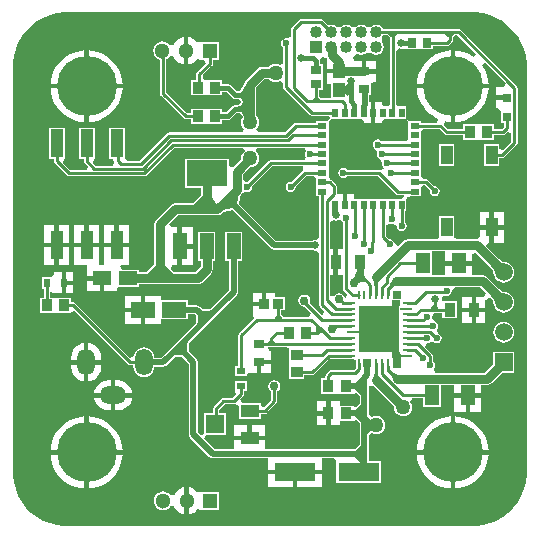
<source format=gtl>
G04*
G04 #@! TF.GenerationSoftware,Altium Limited,Altium Designer,21.1.1 (26)*
G04*
G04 Layer_Physical_Order=1*
G04 Layer_Color=255*
%FSLAX25Y25*%
%MOIN*%
G70*
G04*
G04 #@! TF.SameCoordinates,B944FD0A-875C-4FF3-B887-5F38681DF828*
G04*
G04*
G04 #@! TF.FilePolarity,Positive*
G04*
G01*
G75*
%ADD10C,0.01968*%
%ADD13C,0.02000*%
%ADD16R,0.03150X0.01968*%
%ADD17R,0.01968X0.03150*%
%ADD18R,0.03543X0.03150*%
%ADD19R,0.03543X0.03150*%
%ADD20R,0.04724X0.08661*%
%ADD21R,0.13780X0.08661*%
%ADD22R,0.03937X0.06299*%
%ADD23R,0.03765X0.04749*%
%ADD24R,0.13780X0.06299*%
%ADD25R,0.03740X0.04134*%
%ADD26R,0.06102X0.04724*%
%ADD27R,0.02996X0.00955*%
G04:AMPARAMS|DCode=28|XSize=29.96mil|YSize=9.55mil|CornerRadius=4.77mil|HoleSize=0mil|Usage=FLASHONLY|Rotation=180.000|XOffset=0mil|YOffset=0mil|HoleType=Round|Shape=RoundedRectangle|*
%AMROUNDEDRECTD28*
21,1,0.02996,0.00000,0,0,180.0*
21,1,0.02042,0.00955,0,0,180.0*
1,1,0.00955,-0.01021,0.00000*
1,1,0.00955,0.01021,0.00000*
1,1,0.00955,0.01021,0.00000*
1,1,0.00955,-0.01021,0.00000*
%
%ADD28ROUNDEDRECTD28*%
G04:AMPARAMS|DCode=29|XSize=9.55mil|YSize=29.96mil|CornerRadius=4.77mil|HoleSize=0mil|Usage=FLASHONLY|Rotation=180.000|XOffset=0mil|YOffset=0mil|HoleType=Round|Shape=RoundedRectangle|*
%AMROUNDEDRECTD29*
21,1,0.00955,0.02042,0,0,180.0*
21,1,0.00000,0.02996,0,0,180.0*
1,1,0.00955,0.00000,0.01021*
1,1,0.00955,0.00000,0.01021*
1,1,0.00955,0.00000,-0.01021*
1,1,0.00955,0.00000,-0.01021*
%
%ADD29ROUNDEDRECTD29*%
%ADD30R,0.06299X0.04331*%
%ADD31R,0.06299X0.06299*%
%ADD32R,0.03543X0.04134*%
%ADD33R,0.03985X0.04758*%
%ADD34R,0.07874X0.05315*%
%ADD35R,0.04921X0.07087*%
%ADD36R,0.02953X0.03347*%
%ADD37R,0.03543X0.02756*%
%ADD38R,0.02362X0.03150*%
%ADD39R,0.03150X0.03150*%
%ADD40R,0.04449X0.09606*%
%ADD41R,0.03150X0.02362*%
%ADD42R,0.03371X0.03379*%
%ADD43R,0.04134X0.03740*%
%ADD51R,0.13780X0.15748*%
%ADD69C,0.04000*%
%ADD70R,0.04000X0.04000*%
%ADD71C,0.01000*%
%ADD72C,0.03000*%
%ADD73C,0.01500*%
%ADD74R,0.04200X0.01000*%
%ADD75R,0.02500X0.02200*%
%ADD76R,0.06500X0.01000*%
%ADD77R,0.03000X0.04500*%
%ADD78R,0.04200X0.01100*%
%ADD79R,0.02500X0.02300*%
%ADD80R,0.03000X0.03100*%
%ADD81R,0.02953X0.03051*%
%ADD82O,0.05906X0.08858*%
%ADD83O,0.08858X0.05906*%
%ADD84R,0.05118X0.05118*%
%ADD85C,0.05118*%
%ADD86C,0.20000*%
%ADD87C,0.05906*%
%ADD88R,0.05906X0.05906*%
%ADD89C,0.02500*%
%ADD90C,0.02362*%
%ADD91C,0.05000*%
%ADD92C,0.03000*%
G36*
X71060Y85320D02*
X73353Y84706D01*
X75547Y83797D01*
X77603Y82610D01*
X79486Y81165D01*
X81165Y79486D01*
X82610Y77603D01*
X83797Y75547D01*
X84706Y73353D01*
X85320Y71060D01*
X85630Y68707D01*
Y67520D01*
Y-67520D01*
Y-68707D01*
X85320Y-71060D01*
X84706Y-73354D01*
X83797Y-75547D01*
X82610Y-77603D01*
X81165Y-79486D01*
X79486Y-81165D01*
X77603Y-82610D01*
X75547Y-83797D01*
X73353Y-84706D01*
X71060Y-85320D01*
X68707Y-85630D01*
X-68707D01*
X-71060Y-85320D01*
X-73354Y-84706D01*
X-75547Y-83797D01*
X-77603Y-82610D01*
X-79486Y-81165D01*
X-81165Y-79486D01*
X-82610Y-77603D01*
X-83797Y-75547D01*
X-84706Y-73354D01*
X-85320Y-71060D01*
X-85630Y-68707D01*
Y-67520D01*
Y67520D01*
Y68707D01*
X-85320Y71060D01*
X-84706Y73353D01*
X-83797Y75547D01*
X-82610Y77603D01*
X-81165Y79486D01*
X-79486Y81165D01*
X-77603Y82610D01*
X-75547Y83797D01*
X-73354Y84706D01*
X-71060Y85320D01*
X-68707Y85630D01*
X68707D01*
X71060Y85320D01*
D02*
G37*
%LPC*%
G36*
X17000Y83520D02*
X10500D01*
X10110Y83442D01*
X9779Y83221D01*
X7279Y80721D01*
X7058Y80390D01*
X6980Y80000D01*
Y77795D01*
X6757Y77553D01*
X5780Y76977D01*
X5500Y77033D01*
X4844Y76903D01*
X4288Y76531D01*
X3916Y75975D01*
X3786Y75319D01*
X3916Y74663D01*
X4288Y74107D01*
X4480Y73978D01*
Y68891D01*
X4029Y68531D01*
X3280Y68217D01*
X2783Y68423D01*
X2000Y68526D01*
X1217Y68423D01*
X487Y68120D01*
X-140Y67640D01*
X-217Y67539D01*
X-2500D01*
X-3280Y67384D01*
X-3942Y66942D01*
X-7942Y62942D01*
X-8384Y62280D01*
X-8495Y61723D01*
X-9803Y59324D01*
X-10259Y59294D01*
X-10802Y59291D01*
X-10842Y59275D01*
X-10972D01*
X-13099Y61401D01*
X-13512Y61677D01*
X-14000Y61774D01*
X-15874D01*
Y63067D01*
X-20383D01*
X-20417Y63067D01*
X-21583D01*
X-22099Y63535D01*
X-22127Y64931D01*
X-19279Y67779D01*
X-19058Y68110D01*
X-18980Y68500D01*
Y69776D01*
X-16941D01*
Y75894D01*
X-22962D01*
X-23059Y75894D01*
X-24259Y75613D01*
X-24622Y76086D01*
X-25575Y76817D01*
X-26684Y77276D01*
X-27124Y77334D01*
Y72835D01*
Y68335D01*
X-26684Y68393D01*
X-25575Y68852D01*
X-24622Y69583D01*
X-24259Y70057D01*
X-23059Y69776D01*
X-22962Y69776D01*
X-21857D01*
X-21366Y68576D01*
X-24221Y65721D01*
X-24442Y65390D01*
X-24520Y65000D01*
Y63067D01*
X-26126D01*
Y57933D01*
X-21617D01*
X-21583Y57933D01*
X-20417D01*
X-20383Y57933D01*
X-15874D01*
Y59225D01*
X-14528D01*
X-12401Y57099D01*
X-11988Y56823D01*
X-11500Y56726D01*
X-10842D01*
X-10802Y56709D01*
X-10250Y56706D01*
X-10089Y56700D01*
X-9590Y55816D01*
X-10140Y54802D01*
X-10259Y54794D01*
X-10802Y54791D01*
X-10842Y54774D01*
X-11500D01*
X-11988Y54677D01*
X-12401Y54401D01*
X-14528Y52275D01*
X-15874D01*
Y53567D01*
X-20383D01*
X-20417Y53567D01*
X-21583D01*
X-21617Y53567D01*
X-26126D01*
Y52020D01*
X-27578D01*
X-34480Y58922D01*
Y70049D01*
X-34205Y70163D01*
X-33566Y70653D01*
X-33331Y70960D01*
X-32252Y70942D01*
X-31976Y70824D01*
X-31856Y70535D01*
X-31126Y69583D01*
X-30173Y68852D01*
X-29064Y68393D01*
X-28624Y68335D01*
Y72835D01*
Y77334D01*
X-29064Y77276D01*
X-30173Y76817D01*
X-31126Y76086D01*
X-31856Y75134D01*
X-31976Y74845D01*
X-32252Y74728D01*
X-33331Y74710D01*
X-33566Y75016D01*
X-34205Y75507D01*
X-34949Y75815D01*
X-35748Y75920D01*
X-36547Y75815D01*
X-37291Y75507D01*
X-37930Y75016D01*
X-38420Y74377D01*
X-38728Y73633D01*
X-38833Y72835D01*
X-38728Y72036D01*
X-38420Y71292D01*
X-37930Y70653D01*
X-37291Y70163D01*
X-36547Y69854D01*
X-36520Y69851D01*
Y58500D01*
X-36442Y58110D01*
X-36221Y57779D01*
X-28721Y50279D01*
X-28390Y50058D01*
X-28000Y49980D01*
X-26126D01*
Y48433D01*
X-21617D01*
X-21583Y48433D01*
X-20417D01*
X-20383Y48433D01*
X-15874D01*
Y49725D01*
X-14000D01*
X-13512Y49823D01*
X-13099Y50099D01*
X-10972Y52226D01*
X-10842D01*
X-10802Y52209D01*
X-10250Y52206D01*
X-9826Y52191D01*
X-9039Y50619D01*
X-9121Y50513D01*
X-9423Y49783D01*
X-9526Y49000D01*
X-9423Y48217D01*
X-9121Y47487D01*
X-8640Y46860D01*
X-8559Y46798D01*
X-8966Y45598D01*
X-33421D01*
X-33812Y45521D01*
X-34142Y45300D01*
X-43422Y36020D01*
X-47327D01*
X-48276Y36626D01*
Y47232D01*
X-53724D01*
Y36626D01*
X-52270D01*
X-51766Y35633D01*
X-52291Y34520D01*
X-58078D01*
X-58984Y35426D01*
X-58487Y36626D01*
X-58276D01*
Y47232D01*
X-63724D01*
Y36626D01*
X-62020D01*
Y36000D01*
X-61942Y35610D01*
X-61721Y35279D01*
X-60570Y34128D01*
X-61029Y33020D01*
X-66578D01*
X-68984Y35426D01*
X-68487Y36626D01*
X-68276D01*
Y47232D01*
X-73724D01*
Y36626D01*
X-72020D01*
Y36000D01*
X-71942Y35610D01*
X-71721Y35279D01*
X-71721Y35279D01*
X-67721Y31279D01*
X-67390Y31058D01*
X-67000Y30980D01*
X-41757D01*
X-41367Y31058D01*
X-41036Y31279D01*
X-31756Y40559D01*
X-8761D01*
X-8354Y39359D01*
X-8640Y39140D01*
X-9121Y38513D01*
X-9423Y37783D01*
X-9526Y37000D01*
X-9509Y36874D01*
X-12410Y33974D01*
X-12546Y33979D01*
X-13610Y34353D01*
Y36831D01*
X-28390D01*
Y27169D01*
X-23039D01*
Y24726D01*
X-25726Y22039D01*
X-31500D01*
X-32280Y21884D01*
X-32942Y21442D01*
X-37942Y16442D01*
X-38384Y15780D01*
X-38539Y15000D01*
Y1726D01*
X-41226Y-961D01*
X-43618D01*
Y-138D01*
X-49307D01*
X-49712Y462D01*
X-49845Y1062D01*
X-49662Y1268D01*
X-46776D01*
Y7321D01*
X-51000D01*
X-55224D01*
Y1362D01*
X-56776D01*
Y7321D01*
X-61000D01*
X-65224D01*
Y1268D01*
X-60882D01*
Y-2250D01*
X-55831D01*
Y-3000D01*
X-55081D01*
Y-7362D01*
X-50779D01*
Y-7038D01*
X-50721Y-5862D01*
X-49580Y-5862D01*
X-43618D01*
Y-5039D01*
X-24000D01*
X-23220Y-4884D01*
X-22558Y-4442D01*
X-19558Y-1442D01*
X-19558Y-1442D01*
X-19116Y-780D01*
X-18961Y0D01*
Y2760D01*
X-18138D01*
Y12421D01*
X-23862D01*
Y2760D01*
X-23039D01*
Y845D01*
X-24845Y-961D01*
X-31774D01*
X-32886Y151D01*
X-32427Y1260D01*
X-30805D01*
Y7591D01*
Y13921D01*
X-32998D01*
X-33495Y15121D01*
X-30655Y17961D01*
X-21042D01*
X-21042Y17960D01*
X-21040Y17961D01*
X-17500D01*
X-16720Y18116D01*
X-16058Y18558D01*
X-15505Y19112D01*
X-12396Y19733D01*
X419Y6919D01*
X915Y6587D01*
X1500Y6471D01*
X14389D01*
X14567Y6352D01*
X15250Y6216D01*
X15363Y6238D01*
X16463Y5505D01*
X16563Y5346D01*
Y-12047D01*
X16640Y-12437D01*
X16861Y-12768D01*
X18147Y-14053D01*
X17752Y-15355D01*
X17373Y-15431D01*
X13319Y-11377D01*
X13384Y-11280D01*
X13539Y-10500D01*
X13384Y-9720D01*
X12942Y-9058D01*
X12280Y-8616D01*
X11500Y-8461D01*
X10720Y-8616D01*
X10058Y-9058D01*
X9616Y-9720D01*
X9461Y-10500D01*
X9616Y-11280D01*
X10058Y-11942D01*
X10720Y-12384D01*
X11500Y-12539D01*
X11581Y-12523D01*
X13738Y-14680D01*
X13241Y-15880D01*
X4612D01*
X3886Y-15154D01*
Y-13689D01*
X5052D01*
Y-9311D01*
X1819D01*
Y-7811D01*
X-1116D01*
Y-11500D01*
X-1866D01*
Y-12250D01*
X-5552D01*
Y-15189D01*
X-5552D01*
X-5331Y-16389D01*
X-10162Y-21220D01*
X-10383Y-21551D01*
X-10460Y-21941D01*
Y-32260D01*
X-11575D01*
Y-35622D01*
X-7526D01*
X-7526Y-35622D01*
X-7425D01*
X-7170Y-34528D01*
X-6225Y-34528D01*
X-4250D01*
Y-30953D01*
X-3500D01*
Y-30203D01*
X272D01*
Y-27378D01*
X-120D01*
X-140Y-27357D01*
X-499Y-26060D01*
X-380Y-25941D01*
X377D01*
X394Y-25952D01*
X450Y-25941D01*
X550D01*
X606Y-25952D01*
X623Y-25941D01*
X5372D01*
X6433Y-26276D01*
Y-31016D01*
X6433D01*
Y-31984D01*
X6433D01*
Y-36724D01*
X11567D01*
Y-35374D01*
X14146D01*
X14536Y-35296D01*
X14867Y-35075D01*
X20064Y-29878D01*
X27147D01*
X27530Y-29875D01*
X28614Y-30300D01*
Y-31205D01*
X28591Y-31321D01*
Y-32967D01*
X28078Y-33480D01*
X20546D01*
X20155Y-33558D01*
X19825Y-33779D01*
X18825Y-34779D01*
X18604Y-35110D01*
X18526Y-35500D01*
Y-36333D01*
X17176D01*
Y-41467D01*
X21916D01*
Y-41467D01*
X22884Y-41467D01*
Y-41467D01*
X27624D01*
Y-41467D01*
X28824Y-41090D01*
X29971Y-42236D01*
Y-44764D01*
X28824Y-45910D01*
X27624Y-45433D01*
Y-45433D01*
X23416D01*
Y-43933D01*
X20296D01*
Y-48000D01*
Y-52067D01*
X23416D01*
Y-50567D01*
X27624D01*
Y-50567D01*
X28824Y-50090D01*
X29971Y-51236D01*
Y-51892D01*
X29969Y-51894D01*
X29971Y-51900D01*
Y-52100D01*
X29969Y-52106D01*
X29971Y-52108D01*
Y-58264D01*
X28264Y-59971D01*
X-1542D01*
Y-56978D01*
X-11841D01*
Y-59971D01*
X-18367D01*
X-21808Y-56529D01*
X-21291Y-55350D01*
X-20752Y-55350D01*
X-14459D01*
Y-48050D01*
X-16807D01*
X-16908Y-46850D01*
X-15078Y-45020D01*
X-12000D01*
X-11610Y-44942D01*
X-11541Y-44896D01*
X-10703Y-45187D01*
X-10341Y-45480D01*
Y-49838D01*
X-3042D01*
Y-48192D01*
X-1672D01*
X-1282Y-48114D01*
X-951Y-47893D01*
X2221Y-44721D01*
X2442Y-44390D01*
X2520Y-44000D01*
Y-40724D01*
X2942Y-40442D01*
X3384Y-39780D01*
X3539Y-39000D01*
X3384Y-38220D01*
X2942Y-37558D01*
X2280Y-37116D01*
X1500Y-36961D01*
X720Y-37116D01*
X58Y-37558D01*
X-384Y-38220D01*
X-539Y-39000D01*
X-384Y-39780D01*
X58Y-40442D01*
X480Y-40724D01*
Y-43578D01*
X-1842Y-45900D01*
X-3042Y-45542D01*
Y-44507D01*
X-4927D01*
X-5026Y-44488D01*
X-5125Y-44507D01*
X-9368D01*
X-9865Y-43307D01*
X-8779Y-42221D01*
X-8558Y-41890D01*
X-8480Y-41500D01*
Y-40740D01*
X-7425D01*
Y-37378D01*
X-11575D01*
Y-40740D01*
X-11575D01*
X-11382Y-41940D01*
X-12422Y-42980D01*
X-15500D01*
X-15890Y-43058D01*
X-16221Y-43279D01*
X-18721Y-45779D01*
X-18942Y-46110D01*
X-19020Y-46500D01*
Y-48050D01*
X-21758D01*
Y-54262D01*
X-21758Y-54882D01*
X-22938Y-55400D01*
X-23971Y-54366D01*
Y-30784D01*
X-24087Y-30198D01*
X-24419Y-29702D01*
X-27022Y-27099D01*
Y-24685D01*
X-20163Y-17826D01*
X-20161Y-17826D01*
X-20157Y-17820D01*
X-20017Y-17679D01*
X-20011Y-17676D01*
X-20010Y-17673D01*
X-10863Y-8526D01*
X-10532Y-8030D01*
X-10415Y-7445D01*
Y2760D01*
X-9083D01*
Y12421D01*
X-14807D01*
Y2760D01*
X-13474D01*
Y-6811D01*
X-19962Y-13299D01*
X-22375D01*
X-23255Y-12419D01*
X-23751Y-12087D01*
X-24337Y-11971D01*
X-27346D01*
Y-10343D01*
X-35080D01*
X-36220Y-10343D01*
X-36279Y-9167D01*
Y-8843D01*
X-41467D01*
Y-13500D01*
Y-18158D01*
X-36279D01*
Y-17833D01*
X-36220Y-16657D01*
X-35080Y-16657D01*
X-27346D01*
Y-15029D01*
X-24970D01*
X-24538Y-15461D01*
Y-17875D01*
X-31397Y-24734D01*
X-31399Y-24734D01*
X-31403Y-24740D01*
X-31473Y-24810D01*
X-31473Y-24810D01*
X-31543Y-24881D01*
X-31549Y-24884D01*
X-31550Y-24887D01*
X-36134Y-29471D01*
X-38461D01*
X-38573Y-28622D01*
X-38921Y-27782D01*
X-39474Y-27061D01*
X-40196Y-26508D01*
X-41036Y-26160D01*
X-41937Y-26041D01*
X-42838Y-26160D01*
X-43678Y-26508D01*
X-44399Y-27061D01*
X-44953Y-27782D01*
X-45301Y-28622D01*
X-45352Y-29009D01*
X-46546Y-29466D01*
X-46595Y-29463D01*
X-64779Y-11279D01*
X-65110Y-11058D01*
X-65500Y-10980D01*
X-66374D01*
Y-9433D01*
X-70883D01*
X-70917Y-9433D01*
X-72083D01*
X-72117Y-9433D01*
X-73335D01*
Y-7611D01*
X-73027Y-7484D01*
X-71827Y-8075D01*
Y-8075D01*
X-69396D01*
Y-4500D01*
Y-925D01*
X-71827D01*
Y-1576D01*
X-72673Y-2425D01*
X-73027Y-2425D01*
X-76035D01*
Y-6575D01*
X-75374D01*
Y-9433D01*
X-76626D01*
Y-14567D01*
X-72117D01*
X-72083Y-14567D01*
X-70917D01*
X-70883Y-14567D01*
X-66374D01*
Y-14265D01*
X-65174Y-13768D01*
X-47221Y-31721D01*
X-46890Y-31942D01*
X-46500Y-32020D01*
X-45419D01*
Y-32476D01*
X-45301Y-33378D01*
X-44953Y-34218D01*
X-44399Y-34939D01*
X-43678Y-35492D01*
X-42838Y-35840D01*
X-41937Y-35959D01*
X-41036Y-35840D01*
X-40196Y-35492D01*
X-39474Y-34939D01*
X-38921Y-34218D01*
X-38573Y-33378D01*
X-38461Y-32529D01*
X-35500D01*
X-34915Y-32413D01*
X-34419Y-32081D01*
X-31598Y-29261D01*
X-29185D01*
X-27029Y-31417D01*
Y-55000D01*
X-26913Y-55585D01*
X-26581Y-56081D01*
X-20081Y-62581D01*
X-19585Y-62913D01*
X-19000Y-63029D01*
X-520D01*
Y-66750D01*
X8370D01*
X17260D01*
Y-63029D01*
X21380D01*
X22240Y-63850D01*
Y-71150D01*
X37020D01*
Y-63850D01*
X33029D01*
Y-61608D01*
X33031Y-61606D01*
X33029Y-61600D01*
Y-61401D01*
X33031Y-61394D01*
X33029Y-61392D01*
Y-55366D01*
X33969Y-54606D01*
X33987Y-54620D01*
X34717Y-54923D01*
X35500Y-55026D01*
X36283Y-54923D01*
X37013Y-54620D01*
X37640Y-54140D01*
X38120Y-53513D01*
X38423Y-52783D01*
X38526Y-52000D01*
X38423Y-51217D01*
X38120Y-50487D01*
X37640Y-49860D01*
X37013Y-49380D01*
X36283Y-49077D01*
X35500Y-48974D01*
X34717Y-49077D01*
X33987Y-49380D01*
X33969Y-49394D01*
X33029Y-48634D01*
Y-48108D01*
X33031Y-48106D01*
X33029Y-48100D01*
Y-47901D01*
X33031Y-47894D01*
X33029Y-47892D01*
Y-39089D01*
X33035Y-39078D01*
X33641Y-38827D01*
X34309Y-38693D01*
X41491Y-45875D01*
X41474Y-46000D01*
X41577Y-46783D01*
X41879Y-47513D01*
X42360Y-48140D01*
X42987Y-48621D01*
X43717Y-48923D01*
X44500Y-49026D01*
X45283Y-48923D01*
X46013Y-48621D01*
X46640Y-48140D01*
X47120Y-47513D01*
X47423Y-46783D01*
X47526Y-46000D01*
X47423Y-45217D01*
X47120Y-44487D01*
X46915Y-44220D01*
X47376Y-43082D01*
X47434Y-43020D01*
X51035D01*
Y-46043D01*
X56957D01*
Y-38496D01*
X61543D01*
Y-41250D01*
X66004D01*
X70465D01*
Y-38539D01*
X72500D01*
X73280Y-38384D01*
X73942Y-37942D01*
X77431Y-34453D01*
X81453D01*
Y-27547D01*
X74547D01*
Y-31569D01*
X71655Y-34461D01*
X69511D01*
X69293Y-34418D01*
X55068D01*
X54704Y-33217D01*
X54712Y-33212D01*
X55084Y-32656D01*
X55214Y-32000D01*
X55084Y-31344D01*
X54712Y-30788D01*
X54520Y-30659D01*
Y-29000D01*
X54442Y-28610D01*
X54221Y-28279D01*
X51746Y-25804D01*
X52337Y-24699D01*
X52416Y-24714D01*
X53071Y-24584D01*
X53628Y-24212D01*
X54447D01*
X55003Y-24584D01*
X55659Y-24714D01*
X56314Y-24584D01*
X56871Y-24212D01*
X57242Y-23656D01*
X57373Y-23000D01*
X57242Y-22344D01*
X56871Y-21788D01*
X56314Y-21416D01*
X56126Y-21379D01*
X55856Y-20565D01*
X55778Y-20132D01*
X56106Y-19641D01*
X56237Y-18985D01*
X56106Y-18329D01*
X55734Y-17773D01*
X55178Y-17401D01*
X55046Y-17375D01*
X54418Y-16906D01*
X54191Y-16113D01*
X54214Y-16000D01*
X54158Y-15720D01*
X54267Y-15536D01*
X54894Y-14531D01*
X54950Y-14520D01*
X55050D01*
X55106Y-14531D01*
X55123Y-14520D01*
X57582D01*
Y-16374D01*
X62347D01*
Y-10626D01*
X57883D01*
X57538Y-10429D01*
X57364Y-9962D01*
X57906Y-8890D01*
X58344Y-8765D01*
X59000Y-8895D01*
X59656Y-8765D01*
X60212Y-8393D01*
X60584Y-7837D01*
X60714Y-7181D01*
X61592Y-6039D01*
X70155D01*
X72129Y-8013D01*
X72116Y-8038D01*
X71545Y-9126D01*
X70872Y-9126D01*
X68785D01*
Y-12750D01*
X71918D01*
Y-10261D01*
X71921Y-10255D01*
X73047Y-9328D01*
X73492Y-9378D01*
X73899Y-9817D01*
X74054Y-10007D01*
X74187Y-10189D01*
X74295Y-10358D01*
X74379Y-10513D01*
X74440Y-10652D01*
X74479Y-10774D01*
X74499Y-10878D01*
X74507Y-11004D01*
X74522Y-11034D01*
X74636Y-11901D01*
X74984Y-12741D01*
X75538Y-13463D01*
X76259Y-14016D01*
X77099Y-14364D01*
X78000Y-14482D01*
X78901Y-14364D01*
X79741Y-14016D01*
X80462Y-13463D01*
X81016Y-12741D01*
X81364Y-11901D01*
X81482Y-11000D01*
X81364Y-10099D01*
X81016Y-9259D01*
X80462Y-8538D01*
X79741Y-7984D01*
X78901Y-7636D01*
X78034Y-7522D01*
X78004Y-7507D01*
X77878Y-7499D01*
X77774Y-7479D01*
X77652Y-7440D01*
X77513Y-7379D01*
X77358Y-7295D01*
X77189Y-7187D01*
X77012Y-7058D01*
X76603Y-6709D01*
X76385Y-6499D01*
X76381Y-6497D01*
X72442Y-2558D01*
X71780Y-2116D01*
X71000Y-1961D01*
X67465D01*
Y1250D01*
X63004D01*
X58543D01*
Y-1961D01*
X53957D01*
Y5961D01*
X58543D01*
Y2750D01*
X63004D01*
X67465D01*
Y4955D01*
X68665Y5452D01*
X73490Y626D01*
X73492Y622D01*
X73899Y183D01*
X74054Y-7D01*
X74187Y-189D01*
X74295Y-358D01*
X74379Y-513D01*
X74440Y-652D01*
X74479Y-774D01*
X74499Y-878D01*
X74507Y-1004D01*
X74522Y-1034D01*
X74636Y-1901D01*
X74984Y-2741D01*
X75538Y-3463D01*
X76259Y-4016D01*
X77099Y-4364D01*
X78000Y-4482D01*
X78901Y-4364D01*
X79741Y-4016D01*
X80462Y-3463D01*
X81016Y-2741D01*
X81364Y-1901D01*
X81482Y-1000D01*
X81364Y-99D01*
X81016Y741D01*
X80462Y1462D01*
X79741Y2016D01*
X78901Y2364D01*
X78034Y2478D01*
X78004Y2493D01*
X77878Y2501D01*
X77774Y2521D01*
X77652Y2560D01*
X77513Y2621D01*
X77358Y2705D01*
X77189Y2813D01*
X77012Y2942D01*
X76603Y3291D01*
X76385Y3501D01*
X76381Y3503D01*
X72158Y7726D01*
X72617Y8835D01*
X73250D01*
Y13234D01*
X70031D01*
Y11050D01*
X69000Y10039D01*
X62586D01*
X61508Y10335D01*
X61508Y11239D01*
Y17634D01*
X56571D01*
Y11239D01*
X56571Y10335D01*
X55493Y10039D01*
X46000D01*
X45220Y9884D01*
X44558Y9442D01*
X42822Y7705D01*
X41714Y8288D01*
X41584Y8944D01*
X41212Y9500D01*
X40656Y9872D01*
X40000Y10002D01*
X39773Y9957D01*
X38669Y11061D01*
Y14656D01*
X39869Y15204D01*
X40004Y15114D01*
X40660Y14984D01*
X41179Y15087D01*
X41728Y14796D01*
X42318Y14340D01*
X42416Y13844D01*
X42788Y13288D01*
X43344Y12916D01*
X44000Y12786D01*
X44656Y12916D01*
X45212Y13288D01*
X45584Y13844D01*
X45714Y14500D01*
X45584Y15156D01*
X45212Y15712D01*
X44994Y15858D01*
Y19425D01*
X45433D01*
X45433Y22525D01*
Y22938D01*
X45732Y23807D01*
X45844Y23935D01*
X45913Y23996D01*
X46425Y24203D01*
X46842Y24346D01*
X50354Y24347D01*
X50354Y27315D01*
X51287Y27961D01*
X51597D01*
X53331Y26227D01*
X53286Y26000D01*
X53416Y25344D01*
X53788Y24788D01*
X54344Y24416D01*
X55000Y24286D01*
X55656Y24416D01*
X56212Y24788D01*
X56584Y25344D01*
X56714Y26000D01*
X56584Y26656D01*
X56212Y27212D01*
X55656Y27584D01*
X55000Y27714D01*
X54773Y27669D01*
X52741Y29701D01*
X52410Y29922D01*
X52020Y30000D01*
X51287D01*
X50354Y30646D01*
X50354Y31665D01*
X50354Y33614D01*
X50354Y34814D01*
X50354Y36764D01*
X50354Y37964D01*
X50354Y39913D01*
X50354Y41113D01*
X50354Y43063D01*
X50354Y44263D01*
X50354Y46213D01*
X51287Y46858D01*
X56399D01*
X58278Y44979D01*
X58609Y44758D01*
X58999Y44680D01*
X64474D01*
Y43133D01*
X68983D01*
X69017Y43133D01*
X70183D01*
X70217Y43133D01*
X74726D01*
Y44680D01*
X77700D01*
X78090Y44758D01*
X78421Y44979D01*
X79355Y45913D01*
X80555Y45416D01*
Y42497D01*
X77668Y39610D01*
X76468Y40108D01*
Y41650D01*
X71531D01*
Y34350D01*
X76468D01*
Y36980D01*
X77500D01*
X77890Y37058D01*
X78221Y37279D01*
X82296Y41354D01*
X82517Y41685D01*
X82594Y42075D01*
Y60425D01*
X82575Y60524D01*
Y60823D01*
X82512D01*
X82296Y61146D01*
X63721Y79721D01*
X63390Y79942D01*
X63000Y80020D01*
X60123D01*
X60106Y80031D01*
X60050Y80020D01*
X59950D01*
X59894Y80031D01*
X59877Y80020D01*
X41123D01*
X41106Y80031D01*
X41051Y80020D01*
X41000Y80041D01*
X40000D01*
X39948Y80020D01*
X37826D01*
X37302Y80802D01*
X36476Y81355D01*
X35500Y81549D01*
X34525Y81355D01*
X33698Y80802D01*
X32302Y80802D01*
X31475Y81355D01*
X30500Y81549D01*
X29524Y81355D01*
X28698Y80802D01*
X27302D01*
X26476Y81355D01*
X25500Y81549D01*
X24524Y81355D01*
X23698Y80802D01*
X22302Y80802D01*
X21475Y81355D01*
X20500Y81549D01*
X19577Y81365D01*
X17721Y83221D01*
X17390Y83442D01*
X17000Y83520D01*
D02*
G37*
G36*
X-60274Y73002D02*
Y61774D01*
X-49046D01*
X-49135Y62907D01*
X-49576Y64743D01*
X-50299Y66488D01*
X-51285Y68099D01*
X-52512Y69535D01*
X-53948Y70762D01*
X-55559Y71749D01*
X-57304Y72472D01*
X-59141Y72913D01*
X-60274Y73002D01*
D02*
G37*
G36*
X-61774D02*
X-62907Y72913D01*
X-64743Y72472D01*
X-66488Y71749D01*
X-68099Y70762D01*
X-69535Y69535D01*
X-70762Y68099D01*
X-71749Y66488D01*
X-72472Y64743D01*
X-72913Y62907D01*
X-73002Y61774D01*
X-61774D01*
Y73002D01*
D02*
G37*
G36*
X-49046Y60274D02*
X-60274D01*
Y49046D01*
X-59141Y49135D01*
X-57304Y49576D01*
X-55559Y50299D01*
X-53948Y51285D01*
X-52512Y52512D01*
X-51285Y53948D01*
X-50299Y55559D01*
X-49576Y57304D01*
X-49135Y59141D01*
X-49046Y60274D01*
D02*
G37*
G36*
X-61774D02*
X-73002D01*
X-72913Y59141D01*
X-72472Y57304D01*
X-71749Y55559D01*
X-70762Y53948D01*
X-69535Y52512D01*
X-68099Y51285D01*
X-66488Y50299D01*
X-64743Y49576D01*
X-62907Y49135D01*
X-61774Y49046D01*
Y60274D01*
D02*
G37*
G36*
X61508Y41650D02*
X56571D01*
Y34350D01*
X61508D01*
Y41650D01*
D02*
G37*
G36*
X77969Y19134D02*
X74750D01*
Y14734D01*
X77969D01*
Y19134D01*
D02*
G37*
G36*
X73250D02*
X70031D01*
Y14734D01*
X73250D01*
Y19134D01*
D02*
G37*
G36*
X77969Y13234D02*
X74750D01*
Y8835D01*
X77969D01*
Y13234D01*
D02*
G37*
G36*
X-46776Y14874D02*
X-50250D01*
Y8821D01*
X-46776D01*
Y14874D01*
D02*
G37*
G36*
X-66776D02*
X-70250D01*
Y8821D01*
X-66776D01*
Y14874D01*
D02*
G37*
G36*
X-56776D02*
X-60250D01*
Y8821D01*
X-56776D01*
Y14874D01*
D02*
G37*
G36*
X-51750D02*
X-55224D01*
Y8821D01*
X-51750D01*
Y14874D01*
D02*
G37*
G36*
X-61750D02*
X-65224D01*
Y8821D01*
X-61750D01*
Y14874D01*
D02*
G37*
G36*
X-71750D02*
X-75224D01*
Y8821D01*
X-71750D01*
Y14874D01*
D02*
G37*
G36*
X-25693Y13921D02*
X-29305D01*
Y8341D01*
X-25693D01*
Y13921D01*
D02*
G37*
G36*
X-66776Y7321D02*
X-70250D01*
Y1268D01*
X-66776D01*
Y7321D01*
D02*
G37*
G36*
X-71750D02*
X-75224D01*
Y1268D01*
X-71750D01*
Y7321D01*
D02*
G37*
G36*
X-25693Y6841D02*
X-29305D01*
Y1260D01*
X-25693D01*
Y6841D01*
D02*
G37*
G36*
X-65465Y-925D02*
X-67896D01*
Y-3750D01*
X-65465D01*
Y-925D01*
D02*
G37*
G36*
X-56581Y-3750D02*
X-60882D01*
Y-7362D01*
X-56581D01*
Y-3750D01*
D02*
G37*
G36*
X-65465Y-5250D02*
X-67896D01*
Y-8075D01*
X-65465D01*
Y-5250D01*
D02*
G37*
G36*
X-2616Y-7811D02*
X-5552D01*
Y-10750D01*
X-2616D01*
Y-7811D01*
D02*
G37*
G36*
X67285Y-9126D02*
X64153D01*
Y-12750D01*
X67285D01*
Y-9126D01*
D02*
G37*
G36*
X-42966Y-8843D02*
X-48153D01*
Y-12750D01*
X-42966D01*
Y-8843D01*
D02*
G37*
G36*
X71918Y-14250D02*
X68785D01*
Y-17874D01*
X71918D01*
Y-14250D01*
D02*
G37*
G36*
X67285D02*
X64153D01*
Y-17874D01*
X67285D01*
Y-14250D01*
D02*
G37*
G36*
X-42966D02*
X-48153D01*
Y-18158D01*
X-42966D01*
Y-14250D01*
D02*
G37*
G36*
X78000Y-17517D02*
X77099Y-17636D01*
X76259Y-17984D01*
X75538Y-18538D01*
X74984Y-19259D01*
X74636Y-20099D01*
X74518Y-21000D01*
X74636Y-21901D01*
X74984Y-22741D01*
X75538Y-23462D01*
X76259Y-24016D01*
X77099Y-24364D01*
X78000Y-24483D01*
X78901Y-24364D01*
X79741Y-24016D01*
X80462Y-23462D01*
X81016Y-22741D01*
X81364Y-21901D01*
X81482Y-21000D01*
X81364Y-20099D01*
X81016Y-19259D01*
X80462Y-18538D01*
X79741Y-17984D01*
X78901Y-17636D01*
X78000Y-17517D01*
D02*
G37*
G36*
X-60478Y-24627D02*
Y-30250D01*
X-56233D01*
Y-29524D01*
X-56403Y-28231D01*
X-56902Y-27026D01*
X-57696Y-25991D01*
X-58731Y-25197D01*
X-59935Y-24698D01*
X-60478Y-24627D01*
D02*
G37*
G36*
X-61978D02*
X-62521Y-24698D01*
X-63726Y-25197D01*
X-64761Y-25991D01*
X-65555Y-27026D01*
X-66054Y-28231D01*
X-66224Y-29524D01*
Y-30250D01*
X-61978D01*
Y-24627D01*
D02*
G37*
G36*
X272Y-31703D02*
X-2750D01*
Y-34528D01*
X272D01*
Y-31703D01*
D02*
G37*
G36*
X-56233Y-31750D02*
X-60478D01*
Y-37373D01*
X-59935Y-37302D01*
X-58731Y-36803D01*
X-57696Y-36009D01*
X-56902Y-34974D01*
X-56403Y-33769D01*
X-56233Y-32476D01*
Y-31750D01*
D02*
G37*
G36*
X-61978D02*
X-66224D01*
Y-32476D01*
X-66054Y-33769D01*
X-65555Y-34974D01*
X-64761Y-36009D01*
X-63726Y-36803D01*
X-62521Y-37302D01*
X-61978Y-37373D01*
Y-31750D01*
D02*
G37*
G36*
X-50697Y-37028D02*
X-51423D01*
Y-41274D01*
X-45800D01*
X-45872Y-40731D01*
X-46371Y-39526D01*
X-47164Y-38491D01*
X-48199Y-37697D01*
X-49404Y-37198D01*
X-50697Y-37028D01*
D02*
G37*
G36*
X-52923D02*
X-53650D01*
X-54943Y-37198D01*
X-56147Y-37697D01*
X-57182Y-38491D01*
X-57976Y-39526D01*
X-58475Y-40731D01*
X-58546Y-41274D01*
X-52923D01*
Y-37028D01*
D02*
G37*
G36*
X-45800Y-42774D02*
X-51423D01*
Y-47019D01*
X-50697D01*
X-49404Y-46849D01*
X-48199Y-46350D01*
X-47164Y-45556D01*
X-46371Y-44521D01*
X-45872Y-43317D01*
X-45800Y-42774D01*
D02*
G37*
G36*
X-52923D02*
X-58546D01*
X-58475Y-43317D01*
X-57976Y-44521D01*
X-57182Y-45556D01*
X-56147Y-46350D01*
X-54943Y-46849D01*
X-53650Y-47019D01*
X-52923D01*
Y-42774D01*
D02*
G37*
G36*
X18796Y-43933D02*
X15676D01*
Y-47250D01*
X18796D01*
Y-43933D01*
D02*
G37*
G36*
X70465Y-42750D02*
X66754D01*
Y-47543D01*
X70465D01*
Y-42750D01*
D02*
G37*
G36*
X65254D02*
X61543D01*
Y-47543D01*
X65254D01*
Y-42750D01*
D02*
G37*
G36*
X18796Y-48750D02*
X15676D01*
Y-52067D01*
X18796D01*
Y-48750D01*
D02*
G37*
G36*
X-1542Y-52062D02*
X-5941D01*
Y-55478D01*
X-1542D01*
Y-52062D01*
D02*
G37*
G36*
X-7441D02*
X-11841D01*
Y-55478D01*
X-7441D01*
Y-52062D01*
D02*
G37*
G36*
X61774Y-49046D02*
Y-60274D01*
X73002D01*
X72913Y-59141D01*
X72472Y-57304D01*
X71749Y-55559D01*
X70762Y-53948D01*
X69535Y-52512D01*
X68099Y-51285D01*
X66488Y-50299D01*
X64743Y-49576D01*
X62907Y-49135D01*
X61774Y-49046D01*
D02*
G37*
G36*
X60274D02*
X59141Y-49135D01*
X57304Y-49576D01*
X55559Y-50299D01*
X53948Y-51285D01*
X52512Y-52512D01*
X51285Y-53948D01*
X50299Y-55559D01*
X49576Y-57304D01*
X49135Y-59141D01*
X49046Y-60274D01*
X60274D01*
Y-49046D01*
D02*
G37*
G36*
X-60274D02*
Y-60274D01*
X-49046D01*
X-49135Y-59141D01*
X-49576Y-57304D01*
X-50299Y-55559D01*
X-51285Y-53948D01*
X-52512Y-52512D01*
X-53948Y-51285D01*
X-55559Y-50299D01*
X-57304Y-49576D01*
X-59141Y-49135D01*
X-60274Y-49046D01*
D02*
G37*
G36*
X-61774D02*
X-62907Y-49135D01*
X-64743Y-49576D01*
X-66488Y-50299D01*
X-68099Y-51285D01*
X-69535Y-52512D01*
X-70762Y-53948D01*
X-71749Y-55559D01*
X-72472Y-57304D01*
X-72913Y-59141D01*
X-73002Y-60274D01*
X-61774D01*
Y-49046D01*
D02*
G37*
G36*
X17260Y-68250D02*
X9120D01*
Y-72650D01*
X17260D01*
Y-68250D01*
D02*
G37*
G36*
X7620D02*
X-520D01*
Y-72650D01*
X7620D01*
Y-68250D01*
D02*
G37*
G36*
X73002Y-61774D02*
X61774D01*
Y-73002D01*
X62907Y-72913D01*
X64743Y-72472D01*
X66488Y-71749D01*
X68099Y-70762D01*
X69535Y-69535D01*
X70762Y-68099D01*
X71749Y-66488D01*
X72472Y-64743D01*
X72913Y-62907D01*
X73002Y-61774D01*
D02*
G37*
G36*
X60274D02*
X49046D01*
X49135Y-62907D01*
X49576Y-64743D01*
X50299Y-66488D01*
X51285Y-68099D01*
X52512Y-69535D01*
X53948Y-70762D01*
X55559Y-71749D01*
X57304Y-72472D01*
X59141Y-72913D01*
X60274Y-73002D01*
Y-61774D01*
D02*
G37*
G36*
X-49046D02*
X-60274D01*
Y-73002D01*
X-59141Y-72913D01*
X-57304Y-72472D01*
X-55559Y-71749D01*
X-53948Y-70762D01*
X-52512Y-69535D01*
X-51285Y-68099D01*
X-50299Y-66488D01*
X-49576Y-64743D01*
X-49135Y-62907D01*
X-49046Y-61774D01*
D02*
G37*
G36*
X-61774D02*
X-73002D01*
X-72913Y-62907D01*
X-72472Y-64743D01*
X-71749Y-66488D01*
X-70762Y-68099D01*
X-69535Y-69535D01*
X-68099Y-70762D01*
X-66488Y-71749D01*
X-64743Y-72472D01*
X-62907Y-72913D01*
X-61774Y-73002D01*
Y-61774D01*
D02*
G37*
G36*
X-28450Y-72666D02*
X-28890Y-72724D01*
X-29999Y-73183D01*
X-30951Y-73914D01*
X-31682Y-74866D01*
X-31802Y-75155D01*
X-32078Y-75272D01*
X-33157Y-75290D01*
X-33392Y-74984D01*
X-34031Y-74493D01*
X-34776Y-74185D01*
X-35574Y-74080D01*
X-36373Y-74185D01*
X-37117Y-74493D01*
X-37756Y-74984D01*
X-38246Y-75623D01*
X-38554Y-76367D01*
X-38660Y-77165D01*
X-38554Y-77964D01*
X-38246Y-78708D01*
X-37756Y-79347D01*
X-37117Y-79837D01*
X-36373Y-80146D01*
X-35574Y-80251D01*
X-34776Y-80146D01*
X-34031Y-79837D01*
X-33392Y-79347D01*
X-33157Y-79040D01*
X-32078Y-79058D01*
X-31802Y-79176D01*
X-31682Y-79465D01*
X-30951Y-80417D01*
X-29999Y-81148D01*
X-28890Y-81607D01*
X-28450Y-81665D01*
Y-77165D01*
Y-72666D01*
D02*
G37*
G36*
X-26950D02*
Y-77165D01*
Y-81665D01*
X-26510Y-81607D01*
X-25401Y-81148D01*
X-24448Y-80417D01*
X-24085Y-79943D01*
X-22885Y-80224D01*
X-22788Y-80224D01*
X-16767D01*
Y-74106D01*
X-22788D01*
X-22885Y-74106D01*
X-24085Y-74387D01*
X-24448Y-73914D01*
X-25401Y-73183D01*
X-26510Y-72724D01*
X-26950Y-72666D01*
D02*
G37*
%LPD*%
G36*
X61500Y78500D02*
X60500Y77500D01*
X59500D01*
X58500Y78500D01*
X60000Y79500D01*
X61500Y78500D01*
D02*
G37*
G36*
X42500D02*
X41500Y77500D01*
X41500Y77500D01*
X40500D01*
X39500Y78500D01*
X40000Y79500D01*
X41000D01*
X41000Y79500D01*
X42500Y78500D01*
D02*
G37*
G36*
X68916Y71642D02*
X68101Y70760D01*
X68099Y70762D01*
X66488Y71749D01*
X64743Y72472D01*
X62907Y72913D01*
X61774Y73002D01*
Y61774D01*
X73002D01*
X72913Y62907D01*
X72472Y64743D01*
X71749Y66488D01*
X70762Y68099D01*
X70760Y68101D01*
X71642Y68916D01*
X78627Y61932D01*
X78167Y60823D01*
X75425D01*
Y57998D01*
X79000D01*
Y56498D01*
X75425D01*
Y53673D01*
X76076D01*
X76925Y52827D01*
Y48677D01*
X77980D01*
Y47422D01*
X77278Y46720D01*
X74726D01*
Y48267D01*
X70217D01*
X70183Y48267D01*
X69017D01*
X68983Y48267D01*
X64474D01*
Y46720D01*
X59422D01*
X57956Y48185D01*
X58565Y49273D01*
X59141Y49135D01*
X60274Y49046D01*
Y60274D01*
X49046D01*
X49135Y59141D01*
X49576Y57304D01*
X50299Y55559D01*
X51285Y53948D01*
X52512Y52512D01*
X53948Y51285D01*
X55559Y50299D01*
X56044Y50098D01*
X55805Y48898D01*
X50354D01*
Y49362D01*
X46314D01*
X45844Y49773D01*
X45433Y50243D01*
Y54283D01*
X42465Y54283D01*
X42020Y55299D01*
Y72889D01*
X42950Y73527D01*
X43220Y73593D01*
X43769Y73484D01*
X44265Y73583D01*
X45465Y73327D01*
X45465Y73327D01*
X49417D01*
Y73327D01*
X50583D01*
Y73327D01*
X54535D01*
Y74480D01*
X59000D01*
X59390Y74558D01*
X59721Y74779D01*
X60721Y75779D01*
X60942Y76110D01*
X61020Y76500D01*
Y77254D01*
X61746Y77980D01*
X62578D01*
X68916Y71642D01*
D02*
G37*
G36*
X39980Y77254D02*
Y55133D01*
X39416Y54566D01*
X38051Y54565D01*
X37484Y55132D01*
Y55783D01*
X35250D01*
Y52209D01*
Y48634D01*
X37484D01*
Y49285D01*
X38333Y50134D01*
X39134D01*
X40334Y50134D01*
X42283Y50134D01*
X43483Y50134D01*
X45324D01*
X45794Y49723D01*
X46205Y49253D01*
X46205Y46394D01*
X46205Y45194D01*
X46205Y43244D01*
X45272Y42598D01*
X37341D01*
X37212Y42791D01*
X36656Y43162D01*
X36000Y43293D01*
X35344Y43162D01*
X34788Y42791D01*
X34416Y42235D01*
X34286Y41579D01*
X34416Y40923D01*
X34788Y40367D01*
X35197Y39963D01*
X35542Y39583D01*
X35621Y39351D01*
X35786Y38429D01*
X35916Y37773D01*
X36288Y37217D01*
X36697Y36814D01*
X37042Y36434D01*
X37121Y36201D01*
X37286Y35280D01*
X37416Y34624D01*
X37788Y34067D01*
X38197Y33664D01*
X38204Y33657D01*
X38151Y33488D01*
X37941Y33315D01*
X36890Y32942D01*
X36500Y33020D01*
X26026D01*
X25789Y33374D01*
X25233Y33746D01*
X24577Y33876D01*
X23922Y33746D01*
X23365Y33374D01*
X22994Y32818D01*
X22863Y32162D01*
X22994Y31506D01*
X23365Y30950D01*
X23922Y30578D01*
X24577Y30448D01*
X25233Y30578D01*
X25789Y30950D01*
X25810Y30980D01*
X36078D01*
X41948Y25110D01*
X42279Y24889D01*
X42669Y24811D01*
X44701D01*
X44760Y24455D01*
X44097Y23575D01*
X42465D01*
X41265Y23575D01*
X39315Y23575D01*
X38115Y23575D01*
X36165Y23575D01*
X34965Y23575D01*
X33016D01*
Y23575D01*
X32835D01*
Y23575D01*
X29866D01*
Y23575D01*
X29685D01*
Y23575D01*
X28035D01*
Y25075D01*
X25801D01*
Y21500D01*
X24301D01*
Y25075D01*
X22520D01*
Y27500D01*
X22442Y27890D01*
X22221Y28221D01*
X20721Y29721D01*
X20519Y29856D01*
X20251Y30098D01*
X19807Y30597D01*
X19646Y31080D01*
X19646Y31665D01*
X19646Y33614D01*
X19646Y34814D01*
X19646Y36764D01*
X19646Y37964D01*
X19646Y39913D01*
X19646Y41113D01*
Y43063D01*
X19646D01*
Y43244D01*
X19646D01*
Y46213D01*
X19646D01*
Y46394D01*
X19646D01*
Y49253D01*
X20057Y49723D01*
X20526Y50134D01*
X23386D01*
Y50134D01*
X23567D01*
Y50134D01*
X26535D01*
Y50134D01*
X26717D01*
Y50134D01*
X29685Y50134D01*
X30667Y50134D01*
X31516Y49285D01*
Y48634D01*
X33750D01*
Y52209D01*
Y55783D01*
X33138D01*
Y57972D01*
X33772D01*
X33772Y62122D01*
X34866Y62378D01*
X35272D01*
Y65203D01*
X31500D01*
Y65953D01*
X30750D01*
Y69528D01*
X28149D01*
X27806Y70728D01*
X28353Y71147D01*
X28994Y71983D01*
X29011Y71988D01*
X29525Y71645D01*
X30500Y71451D01*
X31475Y71645D01*
X32302Y72198D01*
X33698Y72198D01*
X34525Y71645D01*
X35500Y71451D01*
X36476Y71645D01*
X37302Y72198D01*
X37855Y73025D01*
X38049Y74000D01*
X37855Y74976D01*
X37302Y75802D01*
X37302Y77191D01*
X37325Y77231D01*
X37826Y77980D01*
X39254D01*
X39980Y77254D01*
D02*
G37*
G36*
X27750Y60000D02*
X26250Y57750D01*
X24750Y59250D01*
Y60750D01*
X26250Y62250D01*
X27750Y60000D01*
D02*
G37*
G36*
X18483Y70506D02*
X18952Y70312D01*
X19008Y70229D01*
Y66907D01*
X23000D01*
Y65407D01*
X19008D01*
Y61778D01*
X20508D01*
Y57020D01*
X17246D01*
X16520Y57746D01*
Y59760D01*
X17772D01*
Y63516D01*
X17772D01*
Y64287D01*
X17772D01*
Y68437D01*
X16774D01*
Y69500D01*
X16748Y69631D01*
X17329Y70608D01*
X17560Y70828D01*
X18019Y70862D01*
X18483Y70506D01*
D02*
G37*
G36*
X17000Y56500D02*
X15500Y55500D01*
X14000Y56500D01*
X15000Y57500D01*
X16000D01*
X17000Y56500D01*
D02*
G37*
G36*
X-5000Y58000D02*
X-6800Y55750D01*
X-5000Y53500D01*
X-8000Y49750D01*
X-9486Y52721D01*
X-10240Y52747D01*
X-10799Y52750D01*
Y54250D01*
X-10240Y54253D01*
X-9473Y54304D01*
X-8750Y55750D01*
X-9486Y57221D01*
X-10240Y57247D01*
X-10799Y57250D01*
Y58750D01*
X-10240Y58753D01*
X-9471Y58804D01*
X-8000Y61500D01*
X-5000Y58000D01*
D02*
G37*
G36*
X-140Y63360D02*
X487Y62880D01*
X1217Y62577D01*
X2000Y62474D01*
X2783Y62577D01*
X3280Y62783D01*
X4029Y62469D01*
X4480Y62109D01*
Y60879D01*
X4558Y60488D01*
X4779Y60158D01*
X13449Y51488D01*
X13780Y51267D01*
X14170Y51189D01*
X19830D01*
X20090Y50333D01*
X19275Y49362D01*
X15496D01*
Y48897D01*
X8878D01*
X8488Y48820D01*
X8157Y48599D01*
X5156Y45598D01*
X-4034D01*
X-4441Y46798D01*
X-4360Y46860D01*
X-3880Y47487D01*
X-3577Y48217D01*
X-3474Y49000D01*
X-3577Y49783D01*
X-3880Y50513D01*
X-4360Y51140D01*
X-4461Y51217D01*
Y53500D01*
Y57958D01*
X-4460Y57959D01*
X-4461Y57960D01*
Y60655D01*
X-1655Y63461D01*
X-217D01*
X-140Y63360D01*
D02*
G37*
G36*
X11593Y40479D02*
X12052Y39359D01*
X11916Y39156D01*
X11786Y38500D01*
X11916Y37844D01*
X12147Y37499D01*
X11906Y36726D01*
X11615Y36299D01*
X280D01*
X-111Y36222D01*
X-441Y36000D01*
X-7273Y29169D01*
X-7500Y29214D01*
X-7761Y29162D01*
X-8753Y29755D01*
X-8961Y29989D01*
Y31655D01*
X-6626Y33991D01*
X-6500Y33974D01*
X-5717Y34077D01*
X-4987Y34380D01*
X-4360Y34860D01*
X-3880Y35487D01*
X-3577Y36217D01*
X-3474Y37000D01*
X-3577Y37783D01*
X-3880Y38513D01*
X-4360Y39140D01*
X-4646Y39359D01*
X-4239Y40559D01*
X11521D01*
X11593Y40479D01*
D02*
G37*
G36*
X11240Y33072D02*
X10909Y32851D01*
X7227Y29169D01*
X7000Y29214D01*
X6344Y29084D01*
X5788Y28712D01*
X5416Y28156D01*
X5286Y27500D01*
X5416Y26844D01*
X5788Y26288D01*
X6344Y25916D01*
X7000Y25786D01*
X7656Y25916D01*
X8212Y26288D01*
X8584Y26844D01*
X8714Y27500D01*
X8669Y27727D01*
X12052Y31110D01*
X14564D01*
X15496Y30465D01*
X15496Y29446D01*
Y27496D01*
X15496D01*
X15496Y27315D01*
X15496D01*
Y24346D01*
X16551D01*
Y16371D01*
X16563Y16314D01*
Y10654D01*
X16463Y10495D01*
X15363Y9762D01*
X15250Y9784D01*
X14567Y9648D01*
X14389Y9529D01*
X2134D01*
X-10233Y21896D01*
X-9612Y25005D01*
X-9558Y25058D01*
X-9391Y25308D01*
X-8392Y25800D01*
X-7865Y25859D01*
X-7500Y25786D01*
X-6844Y25916D01*
X-6288Y26288D01*
X-5916Y26844D01*
X-5786Y27500D01*
X-5831Y27727D01*
X702Y34260D01*
X11061D01*
X11240Y33072D01*
D02*
G37*
G36*
X-10818Y21732D02*
X-12232Y20318D01*
X-15768Y19611D01*
X-15061Y24561D01*
X-10111Y25268D01*
X-10818Y21732D01*
D02*
G37*
G36*
X-17500Y21500D02*
X-21000Y18500D01*
X-25500Y21500D01*
X-22500Y24500D01*
X-19500D01*
X-17500Y21500D01*
D02*
G37*
G36*
X76239Y2890D02*
X76676Y2517D01*
X76884Y2366D01*
X77083Y2238D01*
X77276Y2134D01*
X77461Y2054D01*
X77638Y1996D01*
X77808Y1963D01*
X77970Y1953D01*
X75047Y-970D01*
X75037Y-808D01*
X75004Y-638D01*
X74946Y-461D01*
X74866Y-276D01*
X74761Y-83D01*
X74634Y117D01*
X74483Y324D01*
X74308Y539D01*
X73888Y991D01*
X76010Y3112D01*
X76239Y2890D01*
D02*
G37*
G36*
X31365Y-1999D02*
X30719Y-1647D01*
X30968Y-2396D01*
X31365Y-1999D01*
X31378Y-2069D01*
X31420Y-2160D01*
X31489Y-2273D01*
X31586Y-2408D01*
X31862Y-2743D01*
X32483Y-3408D01*
X32745Y-3673D01*
X32038Y-4380D01*
X31773Y-4118D01*
X31387Y-3780D01*
X29304Y-4475D01*
X27951Y-3000D01*
X29365Y414D01*
X31365Y-1999D01*
D02*
G37*
G36*
X-32000Y-1500D02*
X-36500Y-4500D01*
X-41000Y-1500D01*
X-38000Y1500D01*
X-35000D01*
X-32000Y-1500D01*
D02*
G37*
G36*
X36470Y-3679D02*
X36375Y-3858D01*
X36291Y-4082D01*
X36218Y-4351D01*
X36156Y-4664D01*
X36106Y-5021D01*
X36038Y-5871D01*
X36016Y-6899D01*
X35016D01*
X35010Y-6362D01*
X34875Y-4664D01*
X34814Y-4351D01*
X34741Y-4082D01*
X34657Y-3858D01*
X34561Y-3679D01*
X34454Y-3544D01*
X36577D01*
X36470Y-3679D01*
D02*
G37*
G36*
X42135Y-5494D02*
X41930Y-5525D01*
X41718Y-5579D01*
X41500Y-5659D01*
X41276Y-5763D01*
X41046Y-5892D01*
X40810Y-6044D01*
X40568Y-6222D01*
X40066Y-6650D01*
X39806Y-6901D01*
X39099Y-6194D01*
X39350Y-5934D01*
X39778Y-5432D01*
X39956Y-5190D01*
X40108Y-4954D01*
X40237Y-4724D01*
X40341Y-4500D01*
X40420Y-4282D01*
X40475Y-4070D01*
X40506Y-3865D01*
X42135Y-5494D01*
D02*
G37*
G36*
X21317Y16352D02*
X22000Y16216D01*
X22683Y16352D01*
X22690Y16357D01*
X23731Y16346D01*
X24148Y15997D01*
X24288Y15788D01*
X24480Y15659D01*
Y6874D01*
X22715D01*
Y2500D01*
Y-1874D01*
X24480D01*
Y-6500D01*
X24558Y-6890D01*
X24779Y-7221D01*
X25899Y-8342D01*
X25355Y-9494D01*
X24961Y-9455D01*
X24928Y-9290D01*
X24486Y-8629D01*
X23824Y-8187D01*
X23044Y-8032D01*
X22264Y-8187D01*
X21602Y-8629D01*
X21302Y-9078D01*
X20288Y-8951D01*
X20102Y-8879D01*
Y-1874D01*
X21215D01*
Y2500D01*
Y6874D01*
X20102D01*
Y15720D01*
X21302Y16362D01*
X21317Y16352D01*
D02*
G37*
G36*
X76239Y-7110D02*
X76676Y-7483D01*
X76884Y-7634D01*
X77083Y-7762D01*
X77276Y-7866D01*
X77461Y-7946D01*
X77638Y-8004D01*
X77808Y-8037D01*
X77970Y-8047D01*
X75047Y-10971D01*
X75037Y-10808D01*
X75004Y-10638D01*
X74946Y-10461D01*
X74866Y-10276D01*
X74761Y-10083D01*
X74634Y-9883D01*
X74483Y-9676D01*
X74308Y-9461D01*
X73888Y-9009D01*
X76010Y-6888D01*
X76239Y-7110D01*
D02*
G37*
G36*
X56500Y-13000D02*
X55000Y-14000D01*
X53500Y-13000D01*
X54500Y-12000D01*
X55500D01*
X56500Y-13000D01*
D02*
G37*
G36*
X4366Y-16400D02*
X2866Y-17400D01*
X1366Y-16400D01*
X2366Y-15400D01*
X3366D01*
X4366Y-16400D01*
D02*
G37*
G36*
X-20461Y-17375D02*
X-23997Y-18082D01*
Y-15254D01*
X-22582Y-13840D01*
X-19754D01*
X-20461Y-17375D01*
D02*
G37*
G36*
X17280Y-19573D02*
X17634Y-21341D01*
X16219D01*
X15512Y-20633D01*
Y-19219D01*
X17280Y-19573D01*
D02*
G37*
G36*
X2000Y-24421D02*
X500Y-25421D01*
X-1000Y-24421D01*
X0Y-23421D01*
X1000D01*
X2000Y-24421D01*
D02*
G37*
G36*
X-27563Y-27306D02*
X-28978Y-28720D01*
X-31806D01*
X-31099Y-25185D01*
X-27563Y-24477D01*
Y-27306D01*
D02*
G37*
G36*
X-42644Y-31708D02*
X-42703Y-31668D01*
X-42796Y-31633D01*
X-42925Y-31602D01*
X-43089Y-31575D01*
X-43521Y-31533D01*
X-44430Y-31502D01*
X-44803Y-31500D01*
Y-30500D01*
X-44430Y-30498D01*
X-42925Y-30398D01*
X-42796Y-30367D01*
X-42703Y-30332D01*
X-42644Y-30292D01*
Y-31708D01*
D02*
G37*
G36*
X36021Y-33138D02*
X36156Y-34836D01*
X36218Y-35149D01*
X36291Y-35418D01*
X36375Y-35642D01*
X36470Y-35821D01*
X36577Y-35956D01*
X34454D01*
X34561Y-35821D01*
X34657Y-35642D01*
X34741Y-35418D01*
X34814Y-35149D01*
X34875Y-34836D01*
X34926Y-34479D01*
X34993Y-33629D01*
X35016Y-32601D01*
X36016D01*
X36021Y-33138D01*
D02*
G37*
G36*
X40190Y-33475D02*
X41154Y-34314D01*
X41435Y-34520D01*
X41696Y-34689D01*
X41936Y-34822D01*
X42157Y-34918D01*
X42358Y-34978D01*
X42539Y-35001D01*
X41001Y-36539D01*
X40978Y-36358D01*
X40918Y-36157D01*
X40822Y-35936D01*
X40689Y-35696D01*
X40520Y-35435D01*
X40314Y-35154D01*
X39791Y-34532D01*
X39122Y-33829D01*
X39829Y-33122D01*
X40190Y-33475D01*
D02*
G37*
G36*
X32500Y-39000D02*
X30500Y-42000D01*
X28500Y-40000D01*
Y-38000D01*
X30500Y-36315D01*
X32500Y-39000D01*
D02*
G37*
G36*
Y-48000D02*
X30500Y-51000D01*
X28500Y-49000D01*
Y-47000D01*
X30500Y-45000D01*
X32500Y-48000D01*
D02*
G37*
G36*
X34500Y-51000D02*
Y-53000D01*
X32500Y-55000D01*
X30500Y-52000D01*
X32500Y-49000D01*
X34500Y-51000D01*
D02*
G37*
G36*
X32500Y-61500D02*
X30500Y-64500D01*
X28500Y-62500D01*
Y-60500D01*
X30500Y-58500D01*
X32500Y-61500D01*
D02*
G37*
%LPC*%
G36*
X60274Y73002D02*
X59141Y72913D01*
X57304Y72472D01*
X55559Y71749D01*
X53948Y70762D01*
X52512Y69535D01*
X51285Y68099D01*
X50299Y66488D01*
X49576Y64743D01*
X49135Y62907D01*
X49046Y61774D01*
X60274D01*
Y73002D01*
D02*
G37*
G36*
X73002Y60274D02*
X61774D01*
Y49046D01*
X62907Y49135D01*
X64743Y49576D01*
X66488Y50299D01*
X68099Y51285D01*
X69535Y52512D01*
X70762Y53948D01*
X71749Y55559D01*
X72472Y57304D01*
X72913Y59141D01*
X73002Y60274D01*
D02*
G37*
G36*
X35272Y69528D02*
X32250D01*
Y66703D01*
X35272D01*
Y69528D01*
D02*
G37*
%LPD*%
D10*
X31625Y54667D02*
Y59457D01*
X31350Y59731D02*
Y59898D01*
Y54393D02*
X31625Y54667D01*
X31350Y59731D02*
X31625Y59457D01*
X31350Y52209D02*
Y54393D01*
D13*
X-14000Y23500D02*
X1500Y8000D01*
X15250D01*
X28185Y52224D02*
X28201Y52209D01*
X21917Y18083D02*
X22000Y18000D01*
X21917Y18083D02*
Y21484D01*
X21902Y21500D02*
X21917Y21484D01*
X31500Y-67500D02*
Y-61500D01*
Y-52000D02*
X35500D01*
X31500Y-61500D02*
Y-52000D01*
Y-48000D01*
X28000Y-4500D02*
Y-4365D01*
X30365Y-2000D02*
Y2171D01*
X28000Y-4365D02*
X30365Y-2000D01*
X25354Y-39000D02*
X31500D01*
Y-48000D02*
Y-39000D01*
Y-36315D01*
X25254Y-38900D02*
X25354Y-39000D01*
X32579Y-35236D02*
Y-31693D01*
X31500Y-36315D02*
X32579Y-35236D01*
X25254Y-48000D02*
X31500D01*
X-19000Y-61500D02*
X31500D01*
X-30392Y-25892D02*
X-21168Y-16668D01*
X-11945Y-7445D01*
X-24337Y-13500D02*
X-21168Y-16668D01*
X-11945Y-7445D02*
Y7591D01*
X-31784Y-13500D02*
X-24337D01*
X-25500Y-55000D02*
X-19000Y-61500D01*
X-41937Y-31000D02*
X-35500D01*
X-30392Y-25892D01*
X-25500Y-30784D01*
Y-55000D02*
Y-30784D01*
D16*
X17571Y47878D02*
D03*
Y44728D02*
D03*
Y41579D02*
D03*
Y38429D02*
D03*
Y35280D02*
D03*
Y32130D02*
D03*
Y28980D02*
D03*
X17571Y25831D02*
D03*
X48280Y25831D02*
D03*
Y28980D02*
D03*
Y32130D02*
D03*
Y35280D02*
D03*
Y38429D02*
D03*
Y41579D02*
D03*
Y44728D02*
D03*
Y47878D02*
D03*
D17*
X21902Y21500D02*
D03*
X25051Y21500D02*
D03*
X28201D02*
D03*
X31350D02*
D03*
X34500D02*
D03*
X37650D02*
D03*
X40799D02*
D03*
X43949D02*
D03*
X43949Y52209D02*
D03*
X40799D02*
D03*
X37650D02*
D03*
X34500D02*
D03*
X31350D02*
D03*
X28201D02*
D03*
X25051D02*
D03*
X21902D02*
D03*
D18*
X15500Y66362D02*
D03*
D19*
X31500Y60047D02*
D03*
X31500Y65953D02*
D03*
X-3500Y-30953D02*
D03*
Y-25047D02*
D03*
D20*
X-30055Y7591D02*
D03*
X-21000D02*
D03*
X-11945D02*
D03*
D21*
X-21000Y32000D02*
D03*
D22*
X59039Y13984D02*
D03*
X74000D02*
D03*
X59039Y38000D02*
D03*
X74000D02*
D03*
D23*
X21964Y2500D02*
D03*
X30035D02*
D03*
X68035Y-13500D02*
D03*
X59965D02*
D03*
D24*
X8370Y-67500D02*
D03*
X29630D02*
D03*
D25*
X19546Y-48000D02*
D03*
X25254D02*
D03*
X19546Y-38900D02*
D03*
X25254Y-38900D02*
D03*
D26*
X-55831Y-3000D02*
D03*
X-47169D02*
D03*
D27*
X45853Y-28858D02*
D03*
D28*
Y-26890D02*
D03*
Y-24921D02*
D03*
Y-22953D02*
D03*
Y-20984D02*
D03*
Y-19016D02*
D03*
Y-17047D02*
D03*
Y-15079D02*
D03*
Y-13110D02*
D03*
Y-11142D02*
D03*
X27147D02*
D03*
Y-13110D02*
D03*
Y-15079D02*
D03*
Y-17047D02*
D03*
Y-19016D02*
D03*
Y-20984D02*
D03*
Y-22953D02*
D03*
Y-24921D02*
D03*
Y-26890D02*
D03*
Y-28858D02*
D03*
D29*
X43390Y-8679D02*
D03*
X41421Y-8679D02*
D03*
X39453D02*
D03*
X37484D02*
D03*
X35516D02*
D03*
X33547D02*
D03*
X31579D02*
D03*
X29610Y-8679D02*
D03*
Y-31321D02*
D03*
X31579Y-31321D02*
D03*
X33547D02*
D03*
X35516D02*
D03*
X37484D02*
D03*
X39453D02*
D03*
X41421D02*
D03*
X43390Y-31321D02*
D03*
D30*
X-6691Y-56228D02*
D03*
Y-47172D02*
D03*
D31*
X-18109Y-51700D02*
D03*
D32*
X-23854Y60500D02*
D03*
X-18146D02*
D03*
X-23854Y51000D02*
D03*
X-18146D02*
D03*
X66746Y45700D02*
D03*
X72454D02*
D03*
X12054Y-21100D02*
D03*
X6346D02*
D03*
X-74354Y-12000D02*
D03*
X-68646D02*
D03*
D33*
X23000Y66157D02*
D03*
Y59843D02*
D03*
D34*
X-42217Y-13500D02*
D03*
X-31784D02*
D03*
D35*
X53996Y-42000D02*
D03*
X66004D02*
D03*
X63004Y2000D02*
D03*
X50996D02*
D03*
D36*
X47441Y75500D02*
D03*
X52559D02*
D03*
D37*
X15500Y61638D02*
D03*
D38*
X-68646Y-4500D02*
D03*
X-74354D02*
D03*
D39*
X79000Y57248D02*
D03*
Y50752D02*
D03*
D40*
X-51000Y41929D02*
D03*
X-61000D02*
D03*
X-71000D02*
D03*
Y8071D02*
D03*
X-61000D02*
D03*
X-51000D02*
D03*
D41*
X-9500Y-39059D02*
D03*
Y-33941D02*
D03*
D42*
X-1866Y-11500D02*
D03*
X2866Y-11500D02*
D03*
D43*
X9000Y-34354D02*
D03*
Y-28646D02*
D03*
D51*
X36500Y-20000D02*
D03*
D69*
X35500Y79000D02*
D03*
X30500Y79000D02*
D03*
X25500D02*
D03*
X20500Y79000D02*
D03*
X15500D02*
D03*
X35500Y74000D02*
D03*
X30500Y74000D02*
D03*
X25500Y74000D02*
D03*
X20500D02*
D03*
D70*
X15500Y74000D02*
D03*
D71*
X8000Y60500D02*
Y80000D01*
Y60500D02*
X12500Y56000D01*
X15500D01*
X5500Y60879D02*
X14170Y52209D01*
X5500Y60879D02*
Y75319D01*
X14170Y52209D02*
X21902D01*
X31288Y8288D02*
X31319Y8319D01*
X37650Y10638D02*
X40000Y8288D01*
X24739Y32000D02*
X36500D01*
X52020Y28980D02*
X55000Y26000D01*
X40660Y21361D02*
X40799Y21500D01*
X13535Y38465D02*
X17535D01*
X43949Y21500D02*
X43974Y21474D01*
X36000Y41579D02*
X48280D01*
X28350Y11150D02*
Y21350D01*
X34500Y9389D02*
Y21500D01*
X33968Y6468D02*
Y8857D01*
X42669Y25831D02*
X48280D01*
Y28980D02*
X52020D01*
X40500Y32130D02*
X48280D01*
X43974Y14526D02*
Y21474D01*
X37500Y38429D02*
X48280D01*
X28201Y21500D02*
X28350Y21350D01*
X48169Y35390D02*
X48280Y35280D01*
X31319Y8319D02*
Y21469D01*
X33708Y6208D02*
X33968Y6468D01*
X24577Y32162D02*
X24739Y32000D01*
X37650Y10638D02*
Y21500D01*
X36500Y32000D02*
X42669Y25831D01*
X40660Y16698D02*
Y21361D01*
X48215Y32065D02*
X48280Y32130D01*
X40500Y32000D02*
X40565Y32065D01*
X55000Y26000D02*
X55000D01*
X39000Y35280D02*
X48280D01*
X33968Y8857D02*
X34500Y9389D01*
X48275Y41574D02*
X48280Y41579D01*
X43974Y14526D02*
X44000Y14500D01*
X7000Y27500D02*
X11630Y32130D01*
X31319Y21469D02*
X31350Y21500D01*
X28350Y11150D02*
X28500Y11000D01*
X11630Y32130D02*
X17571D01*
X-7500Y27500D02*
X280Y35280D01*
X17571D01*
X13500Y38500D02*
X13535Y38465D01*
X17535D02*
X17571Y38429D01*
X39476Y-33476D02*
X42500Y-36500D01*
X39476Y-33476D02*
Y-32319D01*
X37484Y-35020D02*
X44464Y-42000D01*
X53996D01*
X37484Y-35020D02*
Y-31321D01*
X55000Y-13500D02*
Y-10000D01*
X25500Y-6500D02*
Y17000D01*
X15500Y56000D02*
X24000D01*
X25051Y54949D01*
Y52209D02*
Y54949D01*
X40799Y52209D02*
X41000Y52409D01*
Y79000D01*
X35500D02*
X41000D01*
X30365Y-2000D02*
X33547Y-5183D01*
Y-8679D02*
Y-5183D01*
X35516Y-37016D02*
Y-31321D01*
X19082Y22654D02*
X21500Y25072D01*
X17571Y16371D02*
X17582Y16360D01*
X19082Y-10082D02*
Y22654D01*
X17582Y-12047D02*
Y16360D01*
X17571Y16371D02*
Y25831D01*
X17582Y-12047D02*
X20614Y-15079D01*
X19082Y-10082D02*
X22088Y-13088D01*
X31350Y59898D02*
X31500Y60047D01*
X8000Y80000D02*
X10500Y82500D01*
X50346Y-13500D02*
X55000D01*
X59965D01*
X52058Y-7442D02*
X58739D01*
X45853Y-11142D02*
X48358D01*
X52058Y-7442D01*
X58739D02*
X59000Y-7181D01*
X-28000Y51000D02*
X-23854D01*
X-35500Y58500D02*
X-28000Y51000D01*
X-35500Y58500D02*
Y72587D01*
X-20000Y68500D02*
Y72835D01*
X-23500Y65000D02*
X-20000Y68500D01*
X-23500Y60854D02*
Y65000D01*
X-20000Y72835D02*
X-20000Y72835D01*
X-23854Y60500D02*
X-23500Y60854D01*
X60000Y79000D02*
X63000D01*
X41000D02*
X60000D01*
Y76500D02*
Y79000D01*
X59000Y75500D02*
X60000Y76500D01*
X52559Y75500D02*
X59000D01*
X-68646Y-12000D02*
X-65500D01*
X-46500Y-31000D02*
X-41937D01*
X-65500Y-12000D02*
X-46500Y-31000D01*
X17000Y82500D02*
X20500Y79000D01*
X10500Y82500D02*
X17000D01*
X-50712Y36212D02*
Y41641D01*
X-51000Y41929D02*
X-50712Y41641D01*
Y36212D02*
X-49500Y35000D01*
X-43000D01*
X-33421Y44579D02*
X5579D01*
X-43000Y35000D02*
X-33421Y44579D01*
X-42379Y33500D02*
X-32800Y43079D01*
X-41757Y32000D02*
X-32179Y41579D01*
X17571D01*
X-32800Y43079D02*
X6200D01*
X-35748Y72835D02*
X-35500Y72587D01*
X1500Y-44000D02*
Y-39000D01*
X-1672Y-47172D02*
X1500Y-44000D01*
X63000Y79000D02*
X81575Y60425D01*
Y42075D02*
Y60425D01*
X77500Y38000D02*
X81575Y42075D01*
X74000Y38000D02*
X77500D01*
X79000Y47000D02*
Y50752D01*
X72454Y45700D02*
X77700D01*
X79000Y47000D01*
X15500Y56000D02*
Y61638D01*
X48768Y-15079D02*
X50346Y-13500D01*
X51233Y-17047D02*
X52280Y-16000D01*
X52500D01*
X45853Y-17047D02*
X51233D01*
X52391Y-22975D02*
X52416Y-23000D01*
X55500D02*
X55659D01*
X45853Y-22953D02*
X45875Y-22975D01*
X50246Y-20772D02*
X53272D01*
X45853Y-19016D02*
X54492D01*
X53272Y-20772D02*
X55500Y-23000D01*
X54492Y-19016D02*
X54523Y-18985D01*
X45875Y-22975D02*
X52391D01*
X45853Y-15079D02*
X48768D01*
X50033Y-20984D02*
X50246Y-20772D01*
X35516Y-8679D02*
Y-2484D01*
X25500Y-6500D02*
X27679Y-8679D01*
X43536Y2000D02*
X50965D01*
X37484Y-6051D02*
X39000Y-4535D01*
Y-2536D01*
X43536Y2000D01*
X27679Y-8679D02*
X29610D01*
X45853Y-20984D02*
X50033D01*
X49421Y-24921D02*
X53500Y-29000D01*
X45853Y-24921D02*
X49421D01*
X53500Y-32000D02*
Y-29000D01*
X48412Y-26913D02*
X50958Y-29458D01*
X45853Y-26890D02*
X45875Y-26913D01*
X48412D01*
X50958Y-29542D02*
Y-29458D01*
X11500Y-11000D02*
X17547Y-17047D01*
X11500Y-11000D02*
Y-10500D01*
X56821Y47878D02*
X58999Y45700D01*
X66746D01*
X48280Y47878D02*
X56821D01*
X7850Y44728D02*
X17571D01*
X5579Y44579D02*
X8878Y47878D01*
X17571D01*
X6200Y43079D02*
X7850Y44728D01*
X41000Y79000D02*
X41000Y79000D01*
X17571Y28980D02*
X17591Y29000D01*
X20000D01*
X21500Y27500D01*
Y25072D02*
Y27500D01*
X22088Y-13088D02*
X27125D01*
X23044Y-10071D02*
X23483D01*
X24554Y-11142D01*
X27147D01*
X27125Y-13088D02*
X27147Y-13110D01*
X17547Y-17047D02*
X27147D01*
X9000Y-34354D02*
X14146D01*
X19642Y-28858D02*
X27147D01*
X14146Y-34354D02*
X19642Y-28858D01*
X17500Y-28500D02*
X19110Y-26890D01*
X9146Y-28500D02*
X17500D01*
X19110Y-26890D02*
X27147D01*
X9000Y-28646D02*
X9146Y-28500D01*
X500Y-24921D02*
X27147D01*
X-3374D02*
X500D01*
Y-23000D02*
X2400Y-21100D01*
X6346D01*
X500Y-24921D02*
Y-23000D01*
X-3500Y-25047D02*
X-3374Y-24921D01*
X20871Y-19800D02*
X21412D01*
X22196Y-19016D01*
X27147D01*
X28500Y-34500D02*
X29610Y-33390D01*
Y-31321D01*
X-18109Y-51700D02*
X-18000Y-51591D01*
Y-46500D01*
X-15500Y-44000D01*
X-12000D01*
X-9500Y-41500D01*
Y-39059D01*
X-9441Y-33941D02*
Y-21941D01*
X-4400Y-16900D02*
X2866D01*
X-9441Y-21941D02*
X-4400Y-16900D01*
X16926Y-19926D02*
X19953Y-22953D01*
X13900Y-16900D02*
X16926Y-19926D01*
X12054Y-21100D02*
X15753D01*
X16926Y-19926D01*
X2866Y-16900D02*
X13900D01*
X19953Y-22953D02*
X27147D01*
X20614Y-15079D02*
X27147D01*
X19546Y-38900D02*
Y-35500D01*
X20546Y-34500D01*
X28500D01*
X-6691Y-47172D02*
X-1672D01*
X-6691D02*
X-5026Y-45507D01*
X2866Y-16900D02*
Y-11500D01*
X-74354Y-12000D02*
X-74354Y-12000D01*
Y-4500D01*
X39453Y-6547D02*
X42000Y-4000D01*
X37484Y-8679D02*
Y-6051D01*
X50980Y2016D02*
X50996Y2000D01*
X50965D02*
X50980Y2016D01*
X39453Y-8679D02*
Y-6547D01*
X-71000Y36000D02*
X-67000Y32000D01*
X-71000Y36000D02*
X-71000D01*
X-67000Y32000D02*
X-41757D01*
X-71000Y36000D02*
Y41929D01*
X-61000Y36000D02*
X-58500Y33500D01*
X-42379D01*
X-61000Y36000D02*
Y41929D01*
D72*
X-14000Y23500D02*
X-11000Y26500D01*
X-17500Y20000D02*
X-14000Y23500D01*
X-11000Y26500D02*
Y32500D01*
X-21000Y20000D02*
X-17500D01*
X23157Y66000D02*
X31453D01*
X31500Y65953D01*
X23000Y66157D02*
X23157Y66000D01*
X42500Y-36500D02*
X50664D01*
X69336D02*
X72500D01*
X50707Y-36457D02*
X69293D01*
X50664Y-36500D02*
X50707Y-36457D01*
X69293D02*
X69336Y-36500D01*
X72500D02*
X78000Y-31000D01*
X35516Y-37016D02*
X44500Y-46000D01*
X21964Y2500D02*
X22000Y2465D01*
X20691Y71309D02*
X23000Y69000D01*
X20500Y74000D02*
X20691Y73809D01*
Y71309D02*
Y73809D01*
X23000Y66157D02*
Y69000D01*
X-6500Y49000D02*
Y53500D01*
Y58000D01*
Y61500D01*
X-2500Y65500D02*
X2000D01*
X-6500Y61500D02*
X-2500Y65500D01*
X-24000Y-3000D02*
X-21000Y0D01*
X-31500Y20000D02*
X-21000D01*
X-36500Y-3000D02*
Y15000D01*
X-11000Y32500D02*
X-6500Y37000D01*
X-21000Y0D02*
Y7591D01*
X-36500Y-3000D02*
X-24000D01*
X-36500Y15000D02*
X-31500Y20000D01*
X-21000Y7591D02*
X-21000Y7591D01*
X-21000Y20000D02*
Y32000D01*
X-47169Y-3000D02*
X-36500D01*
X35516Y-2484D02*
X38000Y0D01*
X46000Y8000D01*
X69000D01*
X42000Y-4000D02*
X71000D01*
X78000Y-11000D01*
X78000Y-1000D02*
X78000D01*
X69000Y8000D02*
X78000Y-1000D01*
D73*
X27000Y60000D02*
Y62750D01*
X23000Y59843D02*
X23157Y60000D01*
X27000D01*
Y56000D02*
Y60000D01*
X28185Y52224D02*
Y54815D01*
X27000Y56000D02*
X28185Y54815D01*
X43769Y75269D02*
X43884Y75384D01*
X47325D02*
X47441Y75500D01*
X43884Y75384D02*
X47325D01*
X10500Y70500D02*
X14500D01*
X10441Y70441D02*
X10500Y70500D01*
X14500D02*
X15500Y69500D01*
Y66362D02*
Y69500D01*
X-11500Y53500D02*
X-6500D01*
X-14000Y51000D02*
X-11500Y53500D01*
Y58000D02*
X-6500D01*
X-14000Y60500D02*
X-11500Y58000D01*
X-18146Y51000D02*
X-14000D01*
X-18146Y60500D02*
X-14000D01*
D74*
X27700Y-21000D02*
D03*
D75*
X42150Y-28600D02*
D03*
D76*
X44150Y-28900D02*
D03*
D77*
X42400Y-30650D02*
D03*
D78*
X45300Y-13150D02*
D03*
D79*
X42150Y-11150D02*
D03*
D80*
X42400Y-8650D02*
D03*
D81*
X32579Y-31348D02*
D03*
D82*
X-41937Y-31000D02*
D03*
X-61228D02*
D03*
D83*
X-52173Y-42024D02*
D03*
D84*
X-19826Y-77165D02*
D03*
X-20000Y72835D02*
D03*
D85*
X-27700Y-77165D02*
D03*
X-35574D02*
D03*
X-35748Y72835D02*
D03*
X-27874Y72835D02*
D03*
D86*
X-61024Y-61024D02*
D03*
X61024D02*
D03*
X-61024Y61024D02*
D03*
X61024D02*
D03*
D87*
X78000Y-1000D02*
D03*
Y-11000D02*
D03*
Y-21000D02*
D03*
D88*
Y-31000D02*
D03*
D89*
X-59378Y16122D02*
D03*
X-73378D02*
D03*
X9622Y-42378D02*
D03*
X2122Y-49378D02*
D03*
X9622D02*
D03*
X2122Y-56378D02*
D03*
X9622D02*
D03*
X16122D02*
D03*
X23622D02*
D03*
X37500Y26000D02*
D03*
X30000D02*
D03*
X16122Y-73878D02*
D03*
X1122D02*
D03*
X-13878Y16122D02*
D03*
X3500Y31500D02*
D03*
Y39000D02*
D03*
X-500Y47500D02*
D03*
Y55000D02*
D03*
X27000Y62750D02*
D03*
X22000Y18000D02*
D03*
X81854Y66598D02*
D03*
X74354Y74098D02*
D03*
X66854Y81598D02*
D03*
X48500Y52500D02*
D03*
X22500Y-4500D02*
D03*
X22000Y9500D02*
D03*
X76122Y31122D02*
D03*
Y23622D02*
D03*
Y-43878D02*
D03*
Y-51378D02*
D03*
Y-58878D02*
D03*
Y-66378D02*
D03*
X68622Y38622D02*
D03*
Y31122D02*
D03*
Y23622D02*
D03*
Y16122D02*
D03*
Y-21378D02*
D03*
Y-73878D02*
D03*
X61122Y31122D02*
D03*
Y23622D02*
D03*
Y-21378D02*
D03*
Y-28878D02*
D03*
Y-81378D02*
D03*
X53622Y38622D02*
D03*
Y31122D02*
D03*
Y16122D02*
D03*
Y-73878D02*
D03*
Y-81378D02*
D03*
X46122Y68622D02*
D03*
Y61122D02*
D03*
Y-51378D02*
D03*
Y-58878D02*
D03*
Y-66378D02*
D03*
Y-73878D02*
D03*
Y-81378D02*
D03*
X38622Y76122D02*
D03*
Y61122D02*
D03*
Y46122D02*
D03*
Y-58878D02*
D03*
Y-66378D02*
D03*
Y-73878D02*
D03*
Y-81378D02*
D03*
X31122Y46122D02*
D03*
Y-73878D02*
D03*
Y-81378D02*
D03*
X23622Y46122D02*
D03*
Y-73878D02*
D03*
Y-81378D02*
D03*
X16122D02*
D03*
X8622Y-73878D02*
D03*
Y-81378D02*
D03*
X1122Y76122D02*
D03*
Y1122D02*
D03*
Y-6378D02*
D03*
Y-81378D02*
D03*
X-6378Y76122D02*
D03*
Y1122D02*
D03*
Y-6378D02*
D03*
Y-36378D02*
D03*
Y-66378D02*
D03*
Y-73878D02*
D03*
Y-81378D02*
D03*
X-13878Y68622D02*
D03*
Y38622D02*
D03*
Y-36378D02*
D03*
Y-66378D02*
D03*
Y-73878D02*
D03*
Y-81378D02*
D03*
X-21378Y38622D02*
D03*
Y16122D02*
D03*
Y-6378D02*
D03*
Y-21378D02*
D03*
Y-28878D02*
D03*
Y-36378D02*
D03*
Y-43878D02*
D03*
X-28878Y-66378D02*
D03*
X-36378Y53622D02*
D03*
Y46122D02*
D03*
Y31122D02*
D03*
Y23622D02*
D03*
Y-6378D02*
D03*
Y-21378D02*
D03*
Y-36378D02*
D03*
Y-43878D02*
D03*
Y-51378D02*
D03*
Y-58878D02*
D03*
X-43878Y76122D02*
D03*
Y68622D02*
D03*
Y61122D02*
D03*
Y53622D02*
D03*
Y46122D02*
D03*
Y38622D02*
D03*
Y23622D02*
D03*
Y16122D02*
D03*
Y8622D02*
D03*
Y-21378D02*
D03*
Y-43878D02*
D03*
Y-51378D02*
D03*
Y-58878D02*
D03*
Y-66378D02*
D03*
Y-73878D02*
D03*
Y-81378D02*
D03*
X-51378Y76122D02*
D03*
Y23622D02*
D03*
Y16122D02*
D03*
Y-13878D02*
D03*
Y-21378D02*
D03*
Y-73878D02*
D03*
Y-81378D02*
D03*
X-58878Y76122D02*
D03*
Y23622D02*
D03*
Y-13878D02*
D03*
Y-81378D02*
D03*
X-66378Y76122D02*
D03*
Y46122D02*
D03*
Y38622D02*
D03*
Y23622D02*
D03*
Y16122D02*
D03*
Y-21378D02*
D03*
Y-36378D02*
D03*
Y-43878D02*
D03*
Y-81378D02*
D03*
X-73878Y76122D02*
D03*
Y68622D02*
D03*
Y53622D02*
D03*
Y31122D02*
D03*
Y23622D02*
D03*
Y-21378D02*
D03*
Y-28878D02*
D03*
Y-36378D02*
D03*
Y-43878D02*
D03*
Y-51378D02*
D03*
Y-73878D02*
D03*
X-81378Y68622D02*
D03*
Y61122D02*
D03*
Y53622D02*
D03*
Y46122D02*
D03*
Y38622D02*
D03*
Y31122D02*
D03*
Y23622D02*
D03*
Y16122D02*
D03*
Y8622D02*
D03*
Y1122D02*
D03*
Y-6378D02*
D03*
Y-13878D02*
D03*
Y-21378D02*
D03*
Y-28878D02*
D03*
Y-36378D02*
D03*
Y-43878D02*
D03*
Y-51378D02*
D03*
Y-58878D02*
D03*
Y-66378D02*
D03*
X15250Y8000D02*
D03*
X55000Y-10000D02*
D03*
X43769Y75269D02*
D03*
X40500Y-25500D02*
D03*
X37500D02*
D03*
Y-22500D02*
D03*
X34500Y-19500D02*
D03*
Y-22500D02*
D03*
Y-25500D02*
D03*
X31500D02*
D03*
Y-22500D02*
D03*
Y-19500D02*
D03*
Y-16500D02*
D03*
X10441Y70441D02*
D03*
D90*
X40500Y32130D02*
D03*
X37500Y38429D02*
D03*
X36000Y41579D02*
D03*
X39000Y35280D02*
D03*
X24577Y32162D02*
D03*
X44000Y14500D02*
D03*
X33708Y6208D02*
D03*
X40660Y16698D02*
D03*
X40000Y8288D02*
D03*
X5500Y75319D02*
D03*
X55000Y26000D02*
D03*
X31288Y8288D02*
D03*
X28500Y11000D02*
D03*
X7000Y27500D02*
D03*
X-7500D02*
D03*
X13500Y38500D02*
D03*
X25500Y17000D02*
D03*
X59000Y-7181D02*
D03*
X52500Y-16000D02*
D03*
X54523Y-18985D02*
D03*
X52416Y-23000D02*
D03*
X55659D02*
D03*
X50958Y-29542D02*
D03*
X53500Y-32000D02*
D03*
D91*
X44500Y-46000D02*
D03*
X35500Y-52000D02*
D03*
X-6500Y37000D02*
D03*
X2000Y65500D02*
D03*
X-6500Y49000D02*
D03*
D92*
X1500Y-39000D02*
D03*
X28000Y-4500D02*
D03*
X11500Y-10500D02*
D03*
X23044Y-10071D02*
D03*
X20871Y-19800D02*
D03*
M02*

</source>
